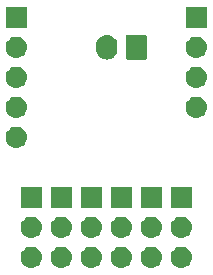
<source format=gbr>
G04 #@! TF.GenerationSoftware,KiCad,Pcbnew,(5.1.4-0-10_14)*
G04 #@! TF.CreationDate,2022-08-18T21:45:17+09:00*
G04 #@! TF.ProjectId,NX13,4e583133-2e6b-4696-9361-645f70636258,rev?*
G04 #@! TF.SameCoordinates,Original*
G04 #@! TF.FileFunction,Soldermask,Bot*
G04 #@! TF.FilePolarity,Negative*
%FSLAX46Y46*%
G04 Gerber Fmt 4.6, Leading zero omitted, Abs format (unit mm)*
G04 Created by KiCad (PCBNEW (5.1.4-0-10_14)) date 2022-08-18 21:45:17*
%MOMM*%
%LPD*%
G04 APERTURE LIST*
%ADD10C,0.100000*%
G04 APERTURE END LIST*
D10*
G36*
X162670442Y-119755518D02*
G01*
X162736627Y-119762037D01*
X162906466Y-119813557D01*
X163062991Y-119897222D01*
X163098729Y-119926552D01*
X163200186Y-120009814D01*
X163283448Y-120111271D01*
X163312778Y-120147009D01*
X163396443Y-120303534D01*
X163447963Y-120473373D01*
X163465359Y-120650000D01*
X163447963Y-120826627D01*
X163396443Y-120996466D01*
X163312778Y-121152991D01*
X163283448Y-121188729D01*
X163200186Y-121290186D01*
X163098729Y-121373448D01*
X163062991Y-121402778D01*
X162906466Y-121486443D01*
X162736627Y-121537963D01*
X162670443Y-121544481D01*
X162604260Y-121551000D01*
X162515740Y-121551000D01*
X162449557Y-121544481D01*
X162383373Y-121537963D01*
X162213534Y-121486443D01*
X162057009Y-121402778D01*
X162021271Y-121373448D01*
X161919814Y-121290186D01*
X161836552Y-121188729D01*
X161807222Y-121152991D01*
X161723557Y-120996466D01*
X161672037Y-120826627D01*
X161654641Y-120650000D01*
X161672037Y-120473373D01*
X161723557Y-120303534D01*
X161807222Y-120147009D01*
X161836552Y-120111271D01*
X161919814Y-120009814D01*
X162021271Y-119926552D01*
X162057009Y-119897222D01*
X162213534Y-119813557D01*
X162383373Y-119762037D01*
X162449558Y-119755518D01*
X162515740Y-119749000D01*
X162604260Y-119749000D01*
X162670442Y-119755518D01*
X162670442Y-119755518D01*
G37*
G36*
X160130442Y-119755518D02*
G01*
X160196627Y-119762037D01*
X160366466Y-119813557D01*
X160522991Y-119897222D01*
X160558729Y-119926552D01*
X160660186Y-120009814D01*
X160743448Y-120111271D01*
X160772778Y-120147009D01*
X160856443Y-120303534D01*
X160907963Y-120473373D01*
X160925359Y-120650000D01*
X160907963Y-120826627D01*
X160856443Y-120996466D01*
X160772778Y-121152991D01*
X160743448Y-121188729D01*
X160660186Y-121290186D01*
X160558729Y-121373448D01*
X160522991Y-121402778D01*
X160366466Y-121486443D01*
X160196627Y-121537963D01*
X160130443Y-121544481D01*
X160064260Y-121551000D01*
X159975740Y-121551000D01*
X159909557Y-121544481D01*
X159843373Y-121537963D01*
X159673534Y-121486443D01*
X159517009Y-121402778D01*
X159481271Y-121373448D01*
X159379814Y-121290186D01*
X159296552Y-121188729D01*
X159267222Y-121152991D01*
X159183557Y-120996466D01*
X159132037Y-120826627D01*
X159114641Y-120650000D01*
X159132037Y-120473373D01*
X159183557Y-120303534D01*
X159267222Y-120147009D01*
X159296552Y-120111271D01*
X159379814Y-120009814D01*
X159481271Y-119926552D01*
X159517009Y-119897222D01*
X159673534Y-119813557D01*
X159843373Y-119762037D01*
X159909558Y-119755518D01*
X159975740Y-119749000D01*
X160064260Y-119749000D01*
X160130442Y-119755518D01*
X160130442Y-119755518D01*
G37*
G36*
X157590442Y-119755518D02*
G01*
X157656627Y-119762037D01*
X157826466Y-119813557D01*
X157982991Y-119897222D01*
X158018729Y-119926552D01*
X158120186Y-120009814D01*
X158203448Y-120111271D01*
X158232778Y-120147009D01*
X158316443Y-120303534D01*
X158367963Y-120473373D01*
X158385359Y-120650000D01*
X158367963Y-120826627D01*
X158316443Y-120996466D01*
X158232778Y-121152991D01*
X158203448Y-121188729D01*
X158120186Y-121290186D01*
X158018729Y-121373448D01*
X157982991Y-121402778D01*
X157826466Y-121486443D01*
X157656627Y-121537963D01*
X157590443Y-121544481D01*
X157524260Y-121551000D01*
X157435740Y-121551000D01*
X157369557Y-121544481D01*
X157303373Y-121537963D01*
X157133534Y-121486443D01*
X156977009Y-121402778D01*
X156941271Y-121373448D01*
X156839814Y-121290186D01*
X156756552Y-121188729D01*
X156727222Y-121152991D01*
X156643557Y-120996466D01*
X156592037Y-120826627D01*
X156574641Y-120650000D01*
X156592037Y-120473373D01*
X156643557Y-120303534D01*
X156727222Y-120147009D01*
X156756552Y-120111271D01*
X156839814Y-120009814D01*
X156941271Y-119926552D01*
X156977009Y-119897222D01*
X157133534Y-119813557D01*
X157303373Y-119762037D01*
X157369558Y-119755518D01*
X157435740Y-119749000D01*
X157524260Y-119749000D01*
X157590442Y-119755518D01*
X157590442Y-119755518D01*
G37*
G36*
X155050442Y-119755518D02*
G01*
X155116627Y-119762037D01*
X155286466Y-119813557D01*
X155442991Y-119897222D01*
X155478729Y-119926552D01*
X155580186Y-120009814D01*
X155663448Y-120111271D01*
X155692778Y-120147009D01*
X155776443Y-120303534D01*
X155827963Y-120473373D01*
X155845359Y-120650000D01*
X155827963Y-120826627D01*
X155776443Y-120996466D01*
X155692778Y-121152991D01*
X155663448Y-121188729D01*
X155580186Y-121290186D01*
X155478729Y-121373448D01*
X155442991Y-121402778D01*
X155286466Y-121486443D01*
X155116627Y-121537963D01*
X155050443Y-121544481D01*
X154984260Y-121551000D01*
X154895740Y-121551000D01*
X154829557Y-121544481D01*
X154763373Y-121537963D01*
X154593534Y-121486443D01*
X154437009Y-121402778D01*
X154401271Y-121373448D01*
X154299814Y-121290186D01*
X154216552Y-121188729D01*
X154187222Y-121152991D01*
X154103557Y-120996466D01*
X154052037Y-120826627D01*
X154034641Y-120650000D01*
X154052037Y-120473373D01*
X154103557Y-120303534D01*
X154187222Y-120147009D01*
X154216552Y-120111271D01*
X154299814Y-120009814D01*
X154401271Y-119926552D01*
X154437009Y-119897222D01*
X154593534Y-119813557D01*
X154763373Y-119762037D01*
X154829558Y-119755518D01*
X154895740Y-119749000D01*
X154984260Y-119749000D01*
X155050442Y-119755518D01*
X155050442Y-119755518D01*
G37*
G36*
X152510442Y-119755518D02*
G01*
X152576627Y-119762037D01*
X152746466Y-119813557D01*
X152902991Y-119897222D01*
X152938729Y-119926552D01*
X153040186Y-120009814D01*
X153123448Y-120111271D01*
X153152778Y-120147009D01*
X153236443Y-120303534D01*
X153287963Y-120473373D01*
X153305359Y-120650000D01*
X153287963Y-120826627D01*
X153236443Y-120996466D01*
X153152778Y-121152991D01*
X153123448Y-121188729D01*
X153040186Y-121290186D01*
X152938729Y-121373448D01*
X152902991Y-121402778D01*
X152746466Y-121486443D01*
X152576627Y-121537963D01*
X152510443Y-121544481D01*
X152444260Y-121551000D01*
X152355740Y-121551000D01*
X152289557Y-121544481D01*
X152223373Y-121537963D01*
X152053534Y-121486443D01*
X151897009Y-121402778D01*
X151861271Y-121373448D01*
X151759814Y-121290186D01*
X151676552Y-121188729D01*
X151647222Y-121152991D01*
X151563557Y-120996466D01*
X151512037Y-120826627D01*
X151494641Y-120650000D01*
X151512037Y-120473373D01*
X151563557Y-120303534D01*
X151647222Y-120147009D01*
X151676552Y-120111271D01*
X151759814Y-120009814D01*
X151861271Y-119926552D01*
X151897009Y-119897222D01*
X152053534Y-119813557D01*
X152223373Y-119762037D01*
X152289558Y-119755518D01*
X152355740Y-119749000D01*
X152444260Y-119749000D01*
X152510442Y-119755518D01*
X152510442Y-119755518D01*
G37*
G36*
X149970442Y-119755518D02*
G01*
X150036627Y-119762037D01*
X150206466Y-119813557D01*
X150362991Y-119897222D01*
X150398729Y-119926552D01*
X150500186Y-120009814D01*
X150583448Y-120111271D01*
X150612778Y-120147009D01*
X150696443Y-120303534D01*
X150747963Y-120473373D01*
X150765359Y-120650000D01*
X150747963Y-120826627D01*
X150696443Y-120996466D01*
X150612778Y-121152991D01*
X150583448Y-121188729D01*
X150500186Y-121290186D01*
X150398729Y-121373448D01*
X150362991Y-121402778D01*
X150206466Y-121486443D01*
X150036627Y-121537963D01*
X149970443Y-121544481D01*
X149904260Y-121551000D01*
X149815740Y-121551000D01*
X149749557Y-121544481D01*
X149683373Y-121537963D01*
X149513534Y-121486443D01*
X149357009Y-121402778D01*
X149321271Y-121373448D01*
X149219814Y-121290186D01*
X149136552Y-121188729D01*
X149107222Y-121152991D01*
X149023557Y-120996466D01*
X148972037Y-120826627D01*
X148954641Y-120650000D01*
X148972037Y-120473373D01*
X149023557Y-120303534D01*
X149107222Y-120147009D01*
X149136552Y-120111271D01*
X149219814Y-120009814D01*
X149321271Y-119926552D01*
X149357009Y-119897222D01*
X149513534Y-119813557D01*
X149683373Y-119762037D01*
X149749558Y-119755518D01*
X149815740Y-119749000D01*
X149904260Y-119749000D01*
X149970442Y-119755518D01*
X149970442Y-119755518D01*
G37*
G36*
X155050443Y-117215519D02*
G01*
X155116627Y-117222037D01*
X155286466Y-117273557D01*
X155442991Y-117357222D01*
X155478729Y-117386552D01*
X155580186Y-117469814D01*
X155663448Y-117571271D01*
X155692778Y-117607009D01*
X155776443Y-117763534D01*
X155827963Y-117933373D01*
X155845359Y-118110000D01*
X155827963Y-118286627D01*
X155776443Y-118456466D01*
X155692778Y-118612991D01*
X155663448Y-118648729D01*
X155580186Y-118750186D01*
X155478729Y-118833448D01*
X155442991Y-118862778D01*
X155286466Y-118946443D01*
X155116627Y-118997963D01*
X155050443Y-119004481D01*
X154984260Y-119011000D01*
X154895740Y-119011000D01*
X154829557Y-119004481D01*
X154763373Y-118997963D01*
X154593534Y-118946443D01*
X154437009Y-118862778D01*
X154401271Y-118833448D01*
X154299814Y-118750186D01*
X154216552Y-118648729D01*
X154187222Y-118612991D01*
X154103557Y-118456466D01*
X154052037Y-118286627D01*
X154034641Y-118110000D01*
X154052037Y-117933373D01*
X154103557Y-117763534D01*
X154187222Y-117607009D01*
X154216552Y-117571271D01*
X154299814Y-117469814D01*
X154401271Y-117386552D01*
X154437009Y-117357222D01*
X154593534Y-117273557D01*
X154763373Y-117222037D01*
X154829557Y-117215519D01*
X154895740Y-117209000D01*
X154984260Y-117209000D01*
X155050443Y-117215519D01*
X155050443Y-117215519D01*
G37*
G36*
X149970443Y-117215519D02*
G01*
X150036627Y-117222037D01*
X150206466Y-117273557D01*
X150362991Y-117357222D01*
X150398729Y-117386552D01*
X150500186Y-117469814D01*
X150583448Y-117571271D01*
X150612778Y-117607009D01*
X150696443Y-117763534D01*
X150747963Y-117933373D01*
X150765359Y-118110000D01*
X150747963Y-118286627D01*
X150696443Y-118456466D01*
X150612778Y-118612991D01*
X150583448Y-118648729D01*
X150500186Y-118750186D01*
X150398729Y-118833448D01*
X150362991Y-118862778D01*
X150206466Y-118946443D01*
X150036627Y-118997963D01*
X149970443Y-119004481D01*
X149904260Y-119011000D01*
X149815740Y-119011000D01*
X149749557Y-119004481D01*
X149683373Y-118997963D01*
X149513534Y-118946443D01*
X149357009Y-118862778D01*
X149321271Y-118833448D01*
X149219814Y-118750186D01*
X149136552Y-118648729D01*
X149107222Y-118612991D01*
X149023557Y-118456466D01*
X148972037Y-118286627D01*
X148954641Y-118110000D01*
X148972037Y-117933373D01*
X149023557Y-117763534D01*
X149107222Y-117607009D01*
X149136552Y-117571271D01*
X149219814Y-117469814D01*
X149321271Y-117386552D01*
X149357009Y-117357222D01*
X149513534Y-117273557D01*
X149683373Y-117222037D01*
X149749557Y-117215519D01*
X149815740Y-117209000D01*
X149904260Y-117209000D01*
X149970443Y-117215519D01*
X149970443Y-117215519D01*
G37*
G36*
X162670443Y-117215519D02*
G01*
X162736627Y-117222037D01*
X162906466Y-117273557D01*
X163062991Y-117357222D01*
X163098729Y-117386552D01*
X163200186Y-117469814D01*
X163283448Y-117571271D01*
X163312778Y-117607009D01*
X163396443Y-117763534D01*
X163447963Y-117933373D01*
X163465359Y-118110000D01*
X163447963Y-118286627D01*
X163396443Y-118456466D01*
X163312778Y-118612991D01*
X163283448Y-118648729D01*
X163200186Y-118750186D01*
X163098729Y-118833448D01*
X163062991Y-118862778D01*
X162906466Y-118946443D01*
X162736627Y-118997963D01*
X162670443Y-119004481D01*
X162604260Y-119011000D01*
X162515740Y-119011000D01*
X162449557Y-119004481D01*
X162383373Y-118997963D01*
X162213534Y-118946443D01*
X162057009Y-118862778D01*
X162021271Y-118833448D01*
X161919814Y-118750186D01*
X161836552Y-118648729D01*
X161807222Y-118612991D01*
X161723557Y-118456466D01*
X161672037Y-118286627D01*
X161654641Y-118110000D01*
X161672037Y-117933373D01*
X161723557Y-117763534D01*
X161807222Y-117607009D01*
X161836552Y-117571271D01*
X161919814Y-117469814D01*
X162021271Y-117386552D01*
X162057009Y-117357222D01*
X162213534Y-117273557D01*
X162383373Y-117222037D01*
X162449557Y-117215519D01*
X162515740Y-117209000D01*
X162604260Y-117209000D01*
X162670443Y-117215519D01*
X162670443Y-117215519D01*
G37*
G36*
X152510443Y-117215519D02*
G01*
X152576627Y-117222037D01*
X152746466Y-117273557D01*
X152902991Y-117357222D01*
X152938729Y-117386552D01*
X153040186Y-117469814D01*
X153123448Y-117571271D01*
X153152778Y-117607009D01*
X153236443Y-117763534D01*
X153287963Y-117933373D01*
X153305359Y-118110000D01*
X153287963Y-118286627D01*
X153236443Y-118456466D01*
X153152778Y-118612991D01*
X153123448Y-118648729D01*
X153040186Y-118750186D01*
X152938729Y-118833448D01*
X152902991Y-118862778D01*
X152746466Y-118946443D01*
X152576627Y-118997963D01*
X152510443Y-119004481D01*
X152444260Y-119011000D01*
X152355740Y-119011000D01*
X152289557Y-119004481D01*
X152223373Y-118997963D01*
X152053534Y-118946443D01*
X151897009Y-118862778D01*
X151861271Y-118833448D01*
X151759814Y-118750186D01*
X151676552Y-118648729D01*
X151647222Y-118612991D01*
X151563557Y-118456466D01*
X151512037Y-118286627D01*
X151494641Y-118110000D01*
X151512037Y-117933373D01*
X151563557Y-117763534D01*
X151647222Y-117607009D01*
X151676552Y-117571271D01*
X151759814Y-117469814D01*
X151861271Y-117386552D01*
X151897009Y-117357222D01*
X152053534Y-117273557D01*
X152223373Y-117222037D01*
X152289557Y-117215519D01*
X152355740Y-117209000D01*
X152444260Y-117209000D01*
X152510443Y-117215519D01*
X152510443Y-117215519D01*
G37*
G36*
X160130443Y-117215519D02*
G01*
X160196627Y-117222037D01*
X160366466Y-117273557D01*
X160522991Y-117357222D01*
X160558729Y-117386552D01*
X160660186Y-117469814D01*
X160743448Y-117571271D01*
X160772778Y-117607009D01*
X160856443Y-117763534D01*
X160907963Y-117933373D01*
X160925359Y-118110000D01*
X160907963Y-118286627D01*
X160856443Y-118456466D01*
X160772778Y-118612991D01*
X160743448Y-118648729D01*
X160660186Y-118750186D01*
X160558729Y-118833448D01*
X160522991Y-118862778D01*
X160366466Y-118946443D01*
X160196627Y-118997963D01*
X160130443Y-119004481D01*
X160064260Y-119011000D01*
X159975740Y-119011000D01*
X159909557Y-119004481D01*
X159843373Y-118997963D01*
X159673534Y-118946443D01*
X159517009Y-118862778D01*
X159481271Y-118833448D01*
X159379814Y-118750186D01*
X159296552Y-118648729D01*
X159267222Y-118612991D01*
X159183557Y-118456466D01*
X159132037Y-118286627D01*
X159114641Y-118110000D01*
X159132037Y-117933373D01*
X159183557Y-117763534D01*
X159267222Y-117607009D01*
X159296552Y-117571271D01*
X159379814Y-117469814D01*
X159481271Y-117386552D01*
X159517009Y-117357222D01*
X159673534Y-117273557D01*
X159843373Y-117222037D01*
X159909557Y-117215519D01*
X159975740Y-117209000D01*
X160064260Y-117209000D01*
X160130443Y-117215519D01*
X160130443Y-117215519D01*
G37*
G36*
X157590443Y-117215519D02*
G01*
X157656627Y-117222037D01*
X157826466Y-117273557D01*
X157982991Y-117357222D01*
X158018729Y-117386552D01*
X158120186Y-117469814D01*
X158203448Y-117571271D01*
X158232778Y-117607009D01*
X158316443Y-117763534D01*
X158367963Y-117933373D01*
X158385359Y-118110000D01*
X158367963Y-118286627D01*
X158316443Y-118456466D01*
X158232778Y-118612991D01*
X158203448Y-118648729D01*
X158120186Y-118750186D01*
X158018729Y-118833448D01*
X157982991Y-118862778D01*
X157826466Y-118946443D01*
X157656627Y-118997963D01*
X157590443Y-119004481D01*
X157524260Y-119011000D01*
X157435740Y-119011000D01*
X157369557Y-119004481D01*
X157303373Y-118997963D01*
X157133534Y-118946443D01*
X156977009Y-118862778D01*
X156941271Y-118833448D01*
X156839814Y-118750186D01*
X156756552Y-118648729D01*
X156727222Y-118612991D01*
X156643557Y-118456466D01*
X156592037Y-118286627D01*
X156574641Y-118110000D01*
X156592037Y-117933373D01*
X156643557Y-117763534D01*
X156727222Y-117607009D01*
X156756552Y-117571271D01*
X156839814Y-117469814D01*
X156941271Y-117386552D01*
X156977009Y-117357222D01*
X157133534Y-117273557D01*
X157303373Y-117222037D01*
X157369557Y-117215519D01*
X157435740Y-117209000D01*
X157524260Y-117209000D01*
X157590443Y-117215519D01*
X157590443Y-117215519D01*
G37*
G36*
X163461000Y-116471000D02*
G01*
X161659000Y-116471000D01*
X161659000Y-114669000D01*
X163461000Y-114669000D01*
X163461000Y-116471000D01*
X163461000Y-116471000D01*
G37*
G36*
X153301000Y-116471000D02*
G01*
X151499000Y-116471000D01*
X151499000Y-114669000D01*
X153301000Y-114669000D01*
X153301000Y-116471000D01*
X153301000Y-116471000D01*
G37*
G36*
X160921000Y-116471000D02*
G01*
X159119000Y-116471000D01*
X159119000Y-114669000D01*
X160921000Y-114669000D01*
X160921000Y-116471000D01*
X160921000Y-116471000D01*
G37*
G36*
X158381000Y-116471000D02*
G01*
X156579000Y-116471000D01*
X156579000Y-114669000D01*
X158381000Y-114669000D01*
X158381000Y-116471000D01*
X158381000Y-116471000D01*
G37*
G36*
X150761000Y-116471000D02*
G01*
X148959000Y-116471000D01*
X148959000Y-114669000D01*
X150761000Y-114669000D01*
X150761000Y-116471000D01*
X150761000Y-116471000D01*
G37*
G36*
X155841000Y-116471000D02*
G01*
X154039000Y-116471000D01*
X154039000Y-114669000D01*
X155841000Y-114669000D01*
X155841000Y-116471000D01*
X155841000Y-116471000D01*
G37*
G36*
X148700442Y-109595518D02*
G01*
X148766627Y-109602037D01*
X148936466Y-109653557D01*
X149092991Y-109737222D01*
X149128729Y-109766552D01*
X149230186Y-109849814D01*
X149313448Y-109951271D01*
X149342778Y-109987009D01*
X149426443Y-110143534D01*
X149477963Y-110313373D01*
X149495359Y-110490000D01*
X149477963Y-110666627D01*
X149426443Y-110836466D01*
X149342778Y-110992991D01*
X149313448Y-111028729D01*
X149230186Y-111130186D01*
X149128729Y-111213448D01*
X149092991Y-111242778D01*
X148936466Y-111326443D01*
X148766627Y-111377963D01*
X148700443Y-111384481D01*
X148634260Y-111391000D01*
X148545740Y-111391000D01*
X148479557Y-111384481D01*
X148413373Y-111377963D01*
X148243534Y-111326443D01*
X148087009Y-111242778D01*
X148051271Y-111213448D01*
X147949814Y-111130186D01*
X147866552Y-111028729D01*
X147837222Y-110992991D01*
X147753557Y-110836466D01*
X147702037Y-110666627D01*
X147684641Y-110490000D01*
X147702037Y-110313373D01*
X147753557Y-110143534D01*
X147837222Y-109987009D01*
X147866552Y-109951271D01*
X147949814Y-109849814D01*
X148051271Y-109766552D01*
X148087009Y-109737222D01*
X148243534Y-109653557D01*
X148413373Y-109602037D01*
X148479558Y-109595518D01*
X148545740Y-109589000D01*
X148634260Y-109589000D01*
X148700442Y-109595518D01*
X148700442Y-109595518D01*
G37*
G36*
X148700442Y-107055518D02*
G01*
X148766627Y-107062037D01*
X148936466Y-107113557D01*
X149092991Y-107197222D01*
X149128729Y-107226552D01*
X149230186Y-107309814D01*
X149313448Y-107411271D01*
X149342778Y-107447009D01*
X149426443Y-107603534D01*
X149477963Y-107773373D01*
X149495359Y-107950000D01*
X149477963Y-108126627D01*
X149426443Y-108296466D01*
X149342778Y-108452991D01*
X149313448Y-108488729D01*
X149230186Y-108590186D01*
X149128729Y-108673448D01*
X149092991Y-108702778D01*
X148936466Y-108786443D01*
X148766627Y-108837963D01*
X148700442Y-108844482D01*
X148634260Y-108851000D01*
X148545740Y-108851000D01*
X148479558Y-108844482D01*
X148413373Y-108837963D01*
X148243534Y-108786443D01*
X148087009Y-108702778D01*
X148051271Y-108673448D01*
X147949814Y-108590186D01*
X147866552Y-108488729D01*
X147837222Y-108452991D01*
X147753557Y-108296466D01*
X147702037Y-108126627D01*
X147684641Y-107950000D01*
X147702037Y-107773373D01*
X147753557Y-107603534D01*
X147837222Y-107447009D01*
X147866552Y-107411271D01*
X147949814Y-107309814D01*
X148051271Y-107226552D01*
X148087009Y-107197222D01*
X148243534Y-107113557D01*
X148413373Y-107062037D01*
X148479558Y-107055518D01*
X148545740Y-107049000D01*
X148634260Y-107049000D01*
X148700442Y-107055518D01*
X148700442Y-107055518D01*
G37*
G36*
X163940442Y-107055518D02*
G01*
X164006627Y-107062037D01*
X164176466Y-107113557D01*
X164332991Y-107197222D01*
X164368729Y-107226552D01*
X164470186Y-107309814D01*
X164553448Y-107411271D01*
X164582778Y-107447009D01*
X164666443Y-107603534D01*
X164717963Y-107773373D01*
X164735359Y-107950000D01*
X164717963Y-108126627D01*
X164666443Y-108296466D01*
X164582778Y-108452991D01*
X164553448Y-108488729D01*
X164470186Y-108590186D01*
X164368729Y-108673448D01*
X164332991Y-108702778D01*
X164176466Y-108786443D01*
X164006627Y-108837963D01*
X163940442Y-108844482D01*
X163874260Y-108851000D01*
X163785740Y-108851000D01*
X163719558Y-108844482D01*
X163653373Y-108837963D01*
X163483534Y-108786443D01*
X163327009Y-108702778D01*
X163291271Y-108673448D01*
X163189814Y-108590186D01*
X163106552Y-108488729D01*
X163077222Y-108452991D01*
X162993557Y-108296466D01*
X162942037Y-108126627D01*
X162924641Y-107950000D01*
X162942037Y-107773373D01*
X162993557Y-107603534D01*
X163077222Y-107447009D01*
X163106552Y-107411271D01*
X163189814Y-107309814D01*
X163291271Y-107226552D01*
X163327009Y-107197222D01*
X163483534Y-107113557D01*
X163653373Y-107062037D01*
X163719558Y-107055518D01*
X163785740Y-107049000D01*
X163874260Y-107049000D01*
X163940442Y-107055518D01*
X163940442Y-107055518D01*
G37*
G36*
X148700443Y-104515519D02*
G01*
X148766627Y-104522037D01*
X148936466Y-104573557D01*
X149092991Y-104657222D01*
X149128729Y-104686552D01*
X149230186Y-104769814D01*
X149313448Y-104871271D01*
X149342778Y-104907009D01*
X149426443Y-105063534D01*
X149477963Y-105233373D01*
X149495359Y-105410000D01*
X149477963Y-105586627D01*
X149426443Y-105756466D01*
X149342778Y-105912991D01*
X149313448Y-105948729D01*
X149230186Y-106050186D01*
X149128729Y-106133448D01*
X149092991Y-106162778D01*
X148936466Y-106246443D01*
X148766627Y-106297963D01*
X148700442Y-106304482D01*
X148634260Y-106311000D01*
X148545740Y-106311000D01*
X148479558Y-106304482D01*
X148413373Y-106297963D01*
X148243534Y-106246443D01*
X148087009Y-106162778D01*
X148051271Y-106133448D01*
X147949814Y-106050186D01*
X147866552Y-105948729D01*
X147837222Y-105912991D01*
X147753557Y-105756466D01*
X147702037Y-105586627D01*
X147684641Y-105410000D01*
X147702037Y-105233373D01*
X147753557Y-105063534D01*
X147837222Y-104907009D01*
X147866552Y-104871271D01*
X147949814Y-104769814D01*
X148051271Y-104686552D01*
X148087009Y-104657222D01*
X148243534Y-104573557D01*
X148413373Y-104522037D01*
X148479557Y-104515519D01*
X148545740Y-104509000D01*
X148634260Y-104509000D01*
X148700443Y-104515519D01*
X148700443Y-104515519D01*
G37*
G36*
X163940443Y-104515519D02*
G01*
X164006627Y-104522037D01*
X164176466Y-104573557D01*
X164332991Y-104657222D01*
X164368729Y-104686552D01*
X164470186Y-104769814D01*
X164553448Y-104871271D01*
X164582778Y-104907009D01*
X164666443Y-105063534D01*
X164717963Y-105233373D01*
X164735359Y-105410000D01*
X164717963Y-105586627D01*
X164666443Y-105756466D01*
X164582778Y-105912991D01*
X164553448Y-105948729D01*
X164470186Y-106050186D01*
X164368729Y-106133448D01*
X164332991Y-106162778D01*
X164176466Y-106246443D01*
X164006627Y-106297963D01*
X163940442Y-106304482D01*
X163874260Y-106311000D01*
X163785740Y-106311000D01*
X163719558Y-106304482D01*
X163653373Y-106297963D01*
X163483534Y-106246443D01*
X163327009Y-106162778D01*
X163291271Y-106133448D01*
X163189814Y-106050186D01*
X163106552Y-105948729D01*
X163077222Y-105912991D01*
X162993557Y-105756466D01*
X162942037Y-105586627D01*
X162924641Y-105410000D01*
X162942037Y-105233373D01*
X162993557Y-105063534D01*
X163077222Y-104907009D01*
X163106552Y-104871271D01*
X163189814Y-104769814D01*
X163291271Y-104686552D01*
X163327009Y-104657222D01*
X163483534Y-104573557D01*
X163653373Y-104522037D01*
X163719557Y-104515519D01*
X163785740Y-104509000D01*
X163874260Y-104509000D01*
X163940443Y-104515519D01*
X163940443Y-104515519D01*
G37*
G36*
X156426627Y-101832037D02*
G01*
X156596466Y-101883557D01*
X156752991Y-101967222D01*
X156788729Y-101996552D01*
X156890186Y-102079814D01*
X156973448Y-102181271D01*
X157002778Y-102217009D01*
X157086443Y-102373534D01*
X157137963Y-102543374D01*
X157151000Y-102675743D01*
X157151000Y-103064258D01*
X157137963Y-103196627D01*
X157086443Y-103366466D01*
X157002778Y-103522991D01*
X156973448Y-103558729D01*
X156890186Y-103660186D01*
X156752989Y-103772779D01*
X156596467Y-103856442D01*
X156596465Y-103856443D01*
X156426626Y-103907963D01*
X156250000Y-103925359D01*
X156073373Y-103907963D01*
X155903534Y-103856443D01*
X155747009Y-103772778D01*
X155704750Y-103738097D01*
X155609814Y-103660186D01*
X155497221Y-103522989D01*
X155413558Y-103366467D01*
X155413557Y-103366465D01*
X155362037Y-103196626D01*
X155349000Y-103064257D01*
X155349000Y-102675742D01*
X155362037Y-102543373D01*
X155413557Y-102373534D01*
X155497222Y-102217009D01*
X155609815Y-102079815D01*
X155747010Y-101967222D01*
X155903535Y-101883557D01*
X156073374Y-101832037D01*
X156250000Y-101814641D01*
X156426627Y-101832037D01*
X156426627Y-101832037D01*
G37*
G36*
X159508600Y-101822989D02*
G01*
X159541652Y-101833015D01*
X159572103Y-101849292D01*
X159598799Y-101871201D01*
X159620708Y-101897897D01*
X159636985Y-101928348D01*
X159647011Y-101961400D01*
X159651000Y-102001903D01*
X159651000Y-103738097D01*
X159647011Y-103778600D01*
X159636985Y-103811652D01*
X159620708Y-103842103D01*
X159598799Y-103868799D01*
X159572103Y-103890708D01*
X159541652Y-103906985D01*
X159508600Y-103917011D01*
X159468097Y-103921000D01*
X158031903Y-103921000D01*
X157991400Y-103917011D01*
X157958348Y-103906985D01*
X157927897Y-103890708D01*
X157901201Y-103868799D01*
X157879292Y-103842103D01*
X157863015Y-103811652D01*
X157852989Y-103778600D01*
X157849000Y-103738097D01*
X157849000Y-102001903D01*
X157852989Y-101961400D01*
X157863015Y-101928348D01*
X157879292Y-101897897D01*
X157901201Y-101871201D01*
X157927897Y-101849292D01*
X157958348Y-101833015D01*
X157991400Y-101822989D01*
X158031903Y-101819000D01*
X159468097Y-101819000D01*
X159508600Y-101822989D01*
X159508600Y-101822989D01*
G37*
G36*
X163940442Y-101975518D02*
G01*
X164006627Y-101982037D01*
X164176466Y-102033557D01*
X164332991Y-102117222D01*
X164368729Y-102146552D01*
X164470186Y-102229814D01*
X164553448Y-102331271D01*
X164582778Y-102367009D01*
X164666443Y-102523534D01*
X164717963Y-102693373D01*
X164735359Y-102870000D01*
X164717963Y-103046627D01*
X164666443Y-103216466D01*
X164582778Y-103372991D01*
X164553448Y-103408729D01*
X164470186Y-103510186D01*
X164368729Y-103593448D01*
X164332991Y-103622778D01*
X164176466Y-103706443D01*
X164006627Y-103757963D01*
X163940443Y-103764481D01*
X163874260Y-103771000D01*
X163785740Y-103771000D01*
X163719557Y-103764481D01*
X163653373Y-103757963D01*
X163483534Y-103706443D01*
X163327009Y-103622778D01*
X163291271Y-103593448D01*
X163189814Y-103510186D01*
X163106552Y-103408729D01*
X163077222Y-103372991D01*
X162993557Y-103216466D01*
X162942037Y-103046627D01*
X162924641Y-102870000D01*
X162942037Y-102693373D01*
X162993557Y-102523534D01*
X163077222Y-102367009D01*
X163106552Y-102331271D01*
X163189814Y-102229814D01*
X163291271Y-102146552D01*
X163327009Y-102117222D01*
X163483534Y-102033557D01*
X163653373Y-101982037D01*
X163719558Y-101975518D01*
X163785740Y-101969000D01*
X163874260Y-101969000D01*
X163940442Y-101975518D01*
X163940442Y-101975518D01*
G37*
G36*
X148700442Y-101975518D02*
G01*
X148766627Y-101982037D01*
X148936466Y-102033557D01*
X149092991Y-102117222D01*
X149128729Y-102146552D01*
X149230186Y-102229814D01*
X149313448Y-102331271D01*
X149342778Y-102367009D01*
X149426443Y-102523534D01*
X149477963Y-102693373D01*
X149495359Y-102870000D01*
X149477963Y-103046627D01*
X149426443Y-103216466D01*
X149342778Y-103372991D01*
X149313448Y-103408729D01*
X149230186Y-103510186D01*
X149128729Y-103593448D01*
X149092991Y-103622778D01*
X148936466Y-103706443D01*
X148766627Y-103757963D01*
X148700443Y-103764481D01*
X148634260Y-103771000D01*
X148545740Y-103771000D01*
X148479557Y-103764481D01*
X148413373Y-103757963D01*
X148243534Y-103706443D01*
X148087009Y-103622778D01*
X148051271Y-103593448D01*
X147949814Y-103510186D01*
X147866552Y-103408729D01*
X147837222Y-103372991D01*
X147753557Y-103216466D01*
X147702037Y-103046627D01*
X147684641Y-102870000D01*
X147702037Y-102693373D01*
X147753557Y-102523534D01*
X147837222Y-102367009D01*
X147866552Y-102331271D01*
X147949814Y-102229814D01*
X148051271Y-102146552D01*
X148087009Y-102117222D01*
X148243534Y-102033557D01*
X148413373Y-101982037D01*
X148479558Y-101975518D01*
X148545740Y-101969000D01*
X148634260Y-101969000D01*
X148700442Y-101975518D01*
X148700442Y-101975518D01*
G37*
G36*
X164731000Y-101231000D02*
G01*
X162929000Y-101231000D01*
X162929000Y-99429000D01*
X164731000Y-99429000D01*
X164731000Y-101231000D01*
X164731000Y-101231000D01*
G37*
G36*
X149491000Y-101231000D02*
G01*
X147689000Y-101231000D01*
X147689000Y-99429000D01*
X149491000Y-99429000D01*
X149491000Y-101231000D01*
X149491000Y-101231000D01*
G37*
M02*

</source>
